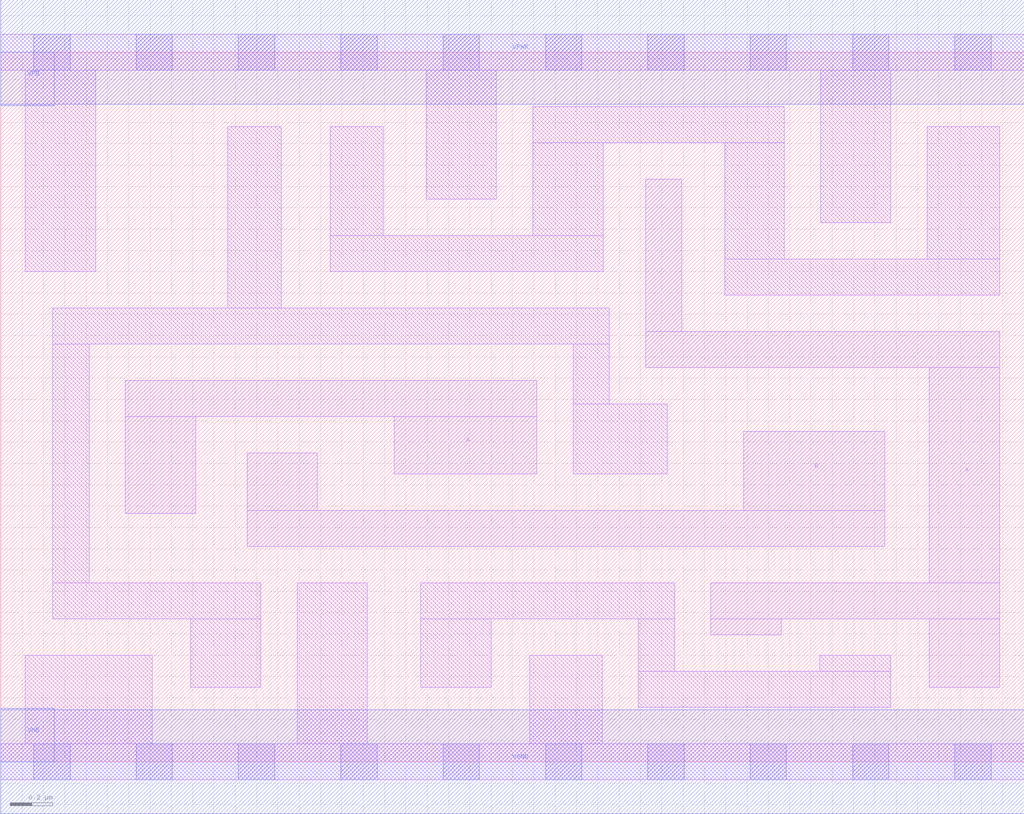
<source format=lef>
# Copyright 2020 The SkyWater PDK Authors
#
# Licensed under the Apache License, Version 2.0 (the "License");
# you may not use this file except in compliance with the License.
# You may obtain a copy of the License at
#
#     https://www.apache.org/licenses/LICENSE-2.0
#
# Unless required by applicable law or agreed to in writing, software
# distributed under the License is distributed on an "AS IS" BASIS,
# WITHOUT WARRANTIES OR CONDITIONS OF ANY KIND, either express or implied.
# See the License for the specific language governing permissions and
# limitations under the License.
#
# SPDX-License-Identifier: Apache-2.0

VERSION 5.5 ;
NAMESCASESENSITIVE ON ;
BUSBITCHARS "[]" ;
DIVIDERCHAR "/" ;
MACRO sky130_fd_sc_ms__xor2_2
  CLASS CORE ;
  SOURCE USER ;
  ORIGIN  0.000000  0.000000 ;
  SIZE  4.800000 BY  3.330000 ;
  SYMMETRY X Y ;
  SITE unit ;
  PIN A
    ANTENNAGATEAREA  0.804000 ;
    DIRECTION INPUT ;
    USE SIGNAL ;
    PORT
      LAYER li1 ;
        RECT 0.585000 1.165000 0.915000 1.620000 ;
        RECT 0.585000 1.620000 2.515000 1.790000 ;
        RECT 1.845000 1.350000 2.515000 1.620000 ;
    END
  END A
  PIN B
    ANTENNAGATEAREA  0.804000 ;
    DIRECTION INPUT ;
    USE SIGNAL ;
    PORT
      LAYER li1 ;
        RECT 1.155000 1.010000 4.145000 1.180000 ;
        RECT 1.155000 1.180000 1.485000 1.450000 ;
        RECT 3.485000 1.180000 4.145000 1.550000 ;
    END
  END B
  PIN X
    ANTENNADIFFAREA  0.754100 ;
    DIRECTION OUTPUT ;
    USE SIGNAL ;
    PORT
      LAYER li1 ;
        RECT 3.025000 1.850000 4.685000 2.020000 ;
        RECT 3.025000 2.020000 3.195000 2.735000 ;
        RECT 3.330000 0.595000 3.660000 0.670000 ;
        RECT 3.330000 0.670000 4.685000 0.840000 ;
        RECT 4.355000 0.350000 4.685000 0.670000 ;
        RECT 4.355000 0.840000 4.685000 1.850000 ;
    END
  END X
  PIN VGND
    DIRECTION INOUT ;
    USE GROUND ;
    PORT
      LAYER met1 ;
        RECT 0.000000 -0.245000 4.800000 0.245000 ;
    END
  END VGND
  PIN VNB
    DIRECTION INOUT ;
    USE GROUND ;
    PORT
    END
  END VNB
  PIN VPB
    DIRECTION INOUT ;
    USE POWER ;
    PORT
    END
  END VPB
  PIN VNB
    DIRECTION INOUT ;
    USE GROUND ;
    PORT
      LAYER met1 ;
        RECT 0.000000 0.000000 0.250000 0.250000 ;
    END
  END VNB
  PIN VPB
    DIRECTION INOUT ;
    USE POWER ;
    PORT
      LAYER met1 ;
        RECT 0.000000 3.080000 0.250000 3.330000 ;
    END
  END VPB
  PIN VPWR
    DIRECTION INOUT ;
    USE POWER ;
    PORT
      LAYER met1 ;
        RECT 0.000000 3.085000 4.800000 3.575000 ;
    END
  END VPWR
  OBS
    LAYER li1 ;
      RECT 0.000000 -0.085000 4.800000 0.085000 ;
      RECT 0.000000  3.245000 4.800000 3.415000 ;
      RECT 0.115000  0.085000 0.710000 0.500000 ;
      RECT 0.115000  2.300000 0.445000 3.245000 ;
      RECT 0.245000  0.670000 1.220000 0.840000 ;
      RECT 0.245000  0.840000 0.415000 1.960000 ;
      RECT 0.245000  1.960000 2.855000 2.130000 ;
      RECT 0.890000  0.350000 1.220000 0.670000 ;
      RECT 1.065000  2.130000 1.315000 2.980000 ;
      RECT 1.390000  0.085000 1.720000 0.840000 ;
      RECT 1.545000  2.300000 2.825000 2.470000 ;
      RECT 1.545000  2.470000 1.795000 2.980000 ;
      RECT 1.970000  0.350000 2.300000 0.670000 ;
      RECT 1.970000  0.670000 3.160000 0.840000 ;
      RECT 1.995000  2.640000 2.325000 3.245000 ;
      RECT 2.480000  0.085000 2.820000 0.500000 ;
      RECT 2.495000  2.470000 2.825000 2.905000 ;
      RECT 2.495000  2.905000 3.675000 3.075000 ;
      RECT 2.685000  1.350000 3.125000 1.680000 ;
      RECT 2.685000  1.680000 2.855000 1.960000 ;
      RECT 2.990000  0.255000 4.175000 0.425000 ;
      RECT 2.990000  0.425000 3.160000 0.670000 ;
      RECT 3.395000  2.190000 4.685000 2.360000 ;
      RECT 3.395000  2.360000 3.675000 2.905000 ;
      RECT 3.840000  0.425000 4.175000 0.500000 ;
      RECT 3.845000  2.530000 4.175000 3.245000 ;
      RECT 4.345000  2.360000 4.685000 2.980000 ;
    LAYER mcon ;
      RECT 0.155000 -0.085000 0.325000 0.085000 ;
      RECT 0.155000  3.245000 0.325000 3.415000 ;
      RECT 0.635000 -0.085000 0.805000 0.085000 ;
      RECT 0.635000  3.245000 0.805000 3.415000 ;
      RECT 1.115000 -0.085000 1.285000 0.085000 ;
      RECT 1.115000  3.245000 1.285000 3.415000 ;
      RECT 1.595000 -0.085000 1.765000 0.085000 ;
      RECT 1.595000  3.245000 1.765000 3.415000 ;
      RECT 2.075000 -0.085000 2.245000 0.085000 ;
      RECT 2.075000  3.245000 2.245000 3.415000 ;
      RECT 2.555000 -0.085000 2.725000 0.085000 ;
      RECT 2.555000  3.245000 2.725000 3.415000 ;
      RECT 3.035000 -0.085000 3.205000 0.085000 ;
      RECT 3.035000  3.245000 3.205000 3.415000 ;
      RECT 3.515000 -0.085000 3.685000 0.085000 ;
      RECT 3.515000  3.245000 3.685000 3.415000 ;
      RECT 3.995000 -0.085000 4.165000 0.085000 ;
      RECT 3.995000  3.245000 4.165000 3.415000 ;
      RECT 4.475000 -0.085000 4.645000 0.085000 ;
      RECT 4.475000  3.245000 4.645000 3.415000 ;
  END
END sky130_fd_sc_ms__xor2_2
END LIBRARY

</source>
